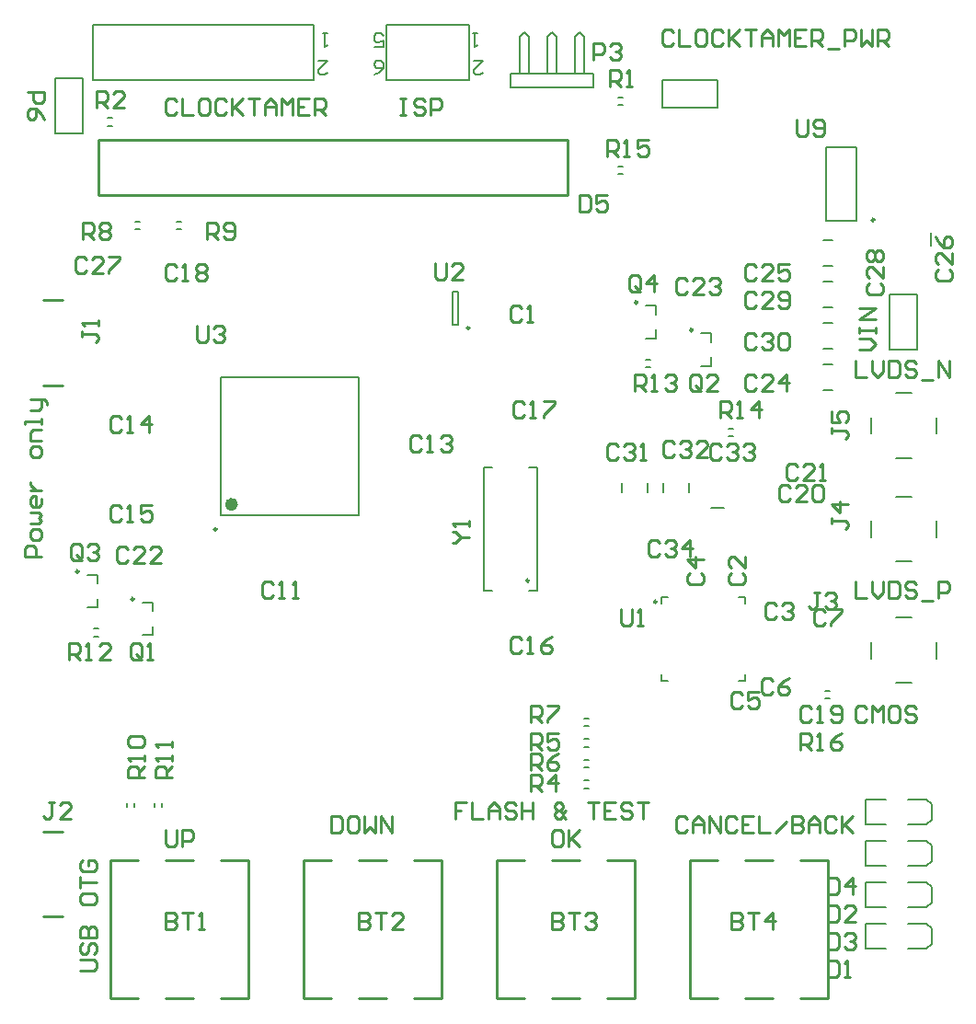
<source format=gto>
%FSLAX25Y25*%
%MOIN*%
G70*
G01*
G75*
G04 Layer_Color=65535*
%ADD10C,0.00984*%
%ADD11C,0.01181*%
%ADD12R,0.07480X0.09350*%
%ADD13R,0.07480X0.04626*%
%ADD14R,0.08268X0.05709*%
%ADD15R,0.08268X0.05630*%
%ADD16R,0.05433X0.01575*%
%ADD17R,0.04331X0.02559*%
%ADD18R,0.02756X0.03543*%
%ADD19R,0.02165X0.06890*%
%ADD20R,0.06890X0.02165*%
%ADD21R,0.10236X0.04331*%
%ADD22R,0.05512X0.05512*%
%ADD23R,0.09449X0.12598*%
%ADD24R,0.09449X0.03937*%
%ADD25R,0.04528X0.02362*%
%ADD26R,0.03543X0.02756*%
%ADD27R,0.03150X0.03543*%
%ADD28R,0.03543X0.03150*%
%ADD29R,0.02362X0.00984*%
%ADD30R,0.00984X0.02362*%
%ADD31R,0.20079X0.20079*%
%ADD32R,0.04331X0.10236*%
%ADD33R,0.05512X0.05512*%
%ADD34R,0.07874X0.21654*%
%ADD35R,0.05906X0.05906*%
%ADD36C,0.03937*%
%ADD37C,0.04724*%
%ADD38C,0.01000*%
%ADD39C,0.05906*%
%ADD40C,0.06299*%
%ADD41R,0.06299X0.06299*%
%ADD42C,0.07874*%
%ADD43C,0.11024*%
%ADD44R,0.05906X0.05906*%
%ADD45C,0.19685*%
%ADD46C,0.20472*%
%ADD47C,0.03150*%
%ADD48C,0.03543*%
%ADD49C,0.00000*%
%ADD50C,0.02362*%
%ADD51C,0.00787*%
%ADD52C,0.00800*%
D10*
X365216Y362815D02*
G03*
X365216Y362815I-492J0D01*
G01*
X273622Y289882D02*
G03*
X273622Y289882I-492J0D01*
G01*
X511909Y402008D02*
G03*
X511909Y402008I-492J0D01*
G01*
X223563Y274587D02*
G03*
X223563Y274587I-492J0D01*
G01*
X426063Y372087D02*
G03*
X426063Y372087I-492J0D01*
G01*
X433051Y263602D02*
G03*
X433051Y263602I-492J0D01*
G01*
X243563Y264587D02*
G03*
X243563Y264587I-492J0D01*
G01*
X446063Y362087D02*
G03*
X446063Y362087I-492J0D01*
G01*
X386791Y271299D02*
G03*
X386791Y271299I-492J0D01*
G01*
D38*
X230591Y411000D02*
Y431000D01*
Y411000D02*
X400591D01*
Y431000D01*
X230591D02*
X400591D01*
X210669Y180354D02*
X217756D01*
X210669Y149646D02*
X217756D01*
X210669Y372854D02*
X217756D01*
X210669Y342146D02*
X217756D01*
X255000Y170000D02*
X265000D01*
X255000Y120000D02*
X265000D01*
X285000D02*
Y170000D01*
X235000Y120000D02*
Y170000D01*
X275000D02*
X285000D01*
X275000Y120000D02*
X285000D01*
X235000D02*
X245000D01*
X235000Y170000D02*
X245000D01*
X325000D02*
X335000D01*
X325000Y120000D02*
X335000D01*
X355000D02*
Y170000D01*
X305000Y120000D02*
Y170000D01*
X345000D02*
X355000D01*
X345000Y120000D02*
X355000D01*
X305000D02*
X315000D01*
X305000Y170000D02*
X315000D01*
X395000D02*
X405000D01*
X395000Y120000D02*
X405000D01*
X425000D02*
Y170000D01*
X375000Y120000D02*
Y170000D01*
X415000D02*
X425000D01*
X415000Y120000D02*
X425000D01*
X375000D02*
X385000D01*
X375000Y170000D02*
X385000D01*
X465000D02*
X475000D01*
X465000Y120000D02*
X475000D01*
X495000D02*
Y170000D01*
X445000Y120000D02*
Y170000D01*
X485000D02*
X495000D01*
X485000Y120000D02*
X495000D01*
X445000D02*
X455000D01*
X445000Y170000D02*
X455000D01*
X214786Y190998D02*
X212787D01*
X213786D01*
Y186000D01*
X212787Y185000D01*
X211787D01*
X210787Y186000D01*
X220784Y185000D02*
X216786D01*
X220784Y188999D01*
Y189998D01*
X219784Y190998D01*
X217785D01*
X216786Y189998D01*
X415000Y425000D02*
Y430998D01*
X417999D01*
X418999Y429998D01*
Y427999D01*
X417999Y426999D01*
X415000D01*
X416999D02*
X418999Y425000D01*
X420998D02*
X422997D01*
X421998D01*
Y430998D01*
X420998Y429998D01*
X429995Y430998D02*
X425996D01*
Y427999D01*
X427996Y428999D01*
X428996D01*
X429995Y427999D01*
Y426000D01*
X428996Y425000D01*
X426996D01*
X425996Y426000D01*
X255000Y150998D02*
Y145000D01*
X257999D01*
X258999Y146000D01*
Y146999D01*
X257999Y147999D01*
X255000D01*
X257999D01*
X258999Y148999D01*
Y149998D01*
X257999Y150998D01*
X255000D01*
X260998D02*
X264997D01*
X262997D01*
Y145000D01*
X266996D02*
X268995D01*
X267996D01*
Y150998D01*
X266996Y149998D01*
X325000Y150998D02*
Y145000D01*
X327999D01*
X328999Y146000D01*
Y146999D01*
X327999Y147999D01*
X325000D01*
X327999D01*
X328999Y148999D01*
Y149998D01*
X327999Y150998D01*
X325000D01*
X330998D02*
X334997D01*
X332997D01*
Y145000D01*
X340995D02*
X336996D01*
X340995Y148999D01*
Y149998D01*
X339995Y150998D01*
X337996D01*
X336996Y149998D01*
X395000Y150998D02*
Y145000D01*
X397999D01*
X398999Y146000D01*
Y146999D01*
X397999Y147999D01*
X395000D01*
X397999D01*
X398999Y148999D01*
Y149998D01*
X397999Y150998D01*
X395000D01*
X400998D02*
X404997D01*
X402997D01*
Y145000D01*
X406996Y149998D02*
X407996Y150998D01*
X409995D01*
X410995Y149998D01*
Y148999D01*
X409995Y147999D01*
X408995D01*
X409995D01*
X410995Y146999D01*
Y146000D01*
X409995Y145000D01*
X407996D01*
X406996Y146000D01*
X460000Y150998D02*
Y145000D01*
X462999D01*
X463999Y146000D01*
Y146999D01*
X462999Y147999D01*
X460000D01*
X462999D01*
X463999Y148999D01*
Y149998D01*
X462999Y150998D01*
X460000D01*
X465998D02*
X469997D01*
X467997D01*
Y145000D01*
X474995D02*
Y150998D01*
X471996Y147999D01*
X475995D01*
X383999Y369998D02*
X382999Y370998D01*
X381000D01*
X380000Y369998D01*
Y366000D01*
X381000Y365000D01*
X382999D01*
X383999Y366000D01*
X385998Y365000D02*
X387997D01*
X386998D01*
Y370998D01*
X385998Y369998D01*
X460002Y273999D02*
X459002Y272999D01*
Y271000D01*
X460002Y270000D01*
X464000D01*
X465000Y271000D01*
Y272999D01*
X464000Y273999D01*
X465000Y279997D02*
Y275998D01*
X461001Y279997D01*
X460002D01*
X459002Y278997D01*
Y276998D01*
X460002Y275998D01*
X476299Y262298D02*
X475299Y263298D01*
X473300D01*
X472300Y262298D01*
Y258300D01*
X473300Y257300D01*
X475299D01*
X476299Y258300D01*
X478298Y262298D02*
X479298Y263298D01*
X481297D01*
X482297Y262298D01*
Y261299D01*
X481297Y260299D01*
X480297D01*
X481297D01*
X482297Y259299D01*
Y258300D01*
X481297Y257300D01*
X479298D01*
X478298Y258300D01*
X445002Y273999D02*
X444002Y272999D01*
Y271000D01*
X445002Y270000D01*
X449000D01*
X450000Y271000D01*
Y272999D01*
X449000Y273999D01*
X450000Y278997D02*
X444002D01*
X447001Y275998D01*
Y279997D01*
X463999Y229998D02*
X462999Y230998D01*
X461000D01*
X460000Y229998D01*
Y226000D01*
X461000Y225000D01*
X462999D01*
X463999Y226000D01*
X469997Y230998D02*
X465998D01*
Y227999D01*
X467997Y228999D01*
X468997D01*
X469997Y227999D01*
Y226000D01*
X468997Y225000D01*
X466998D01*
X465998Y226000D01*
X475180Y234998D02*
X474180Y235998D01*
X472181D01*
X471181Y234998D01*
Y231000D01*
X472181Y230000D01*
X474180D01*
X475180Y231000D01*
X481178Y235998D02*
X479178Y234998D01*
X477179Y232999D01*
Y231000D01*
X478179Y230000D01*
X480178D01*
X481178Y231000D01*
Y231999D01*
X480178Y232999D01*
X477179D01*
X493999Y259998D02*
X492999Y260998D01*
X491000D01*
X490000Y259998D01*
Y256000D01*
X491000Y255000D01*
X492999D01*
X493999Y256000D01*
X495998Y260998D02*
X499997D01*
Y259998D01*
X495998Y256000D01*
Y255000D01*
X293999Y269998D02*
X292999Y270998D01*
X291000D01*
X290000Y269998D01*
Y266000D01*
X291000Y265000D01*
X292999D01*
X293999Y266000D01*
X295998Y265000D02*
X297997D01*
X296998D01*
Y270998D01*
X295998Y269998D01*
X300996Y265000D02*
X302996D01*
X301996D01*
Y270998D01*
X300996Y269998D01*
X347599Y322898D02*
X346599Y323898D01*
X344600D01*
X343600Y322898D01*
Y318900D01*
X344600Y317900D01*
X346599D01*
X347599Y318900D01*
X349598Y317900D02*
X351597D01*
X350598D01*
Y323898D01*
X349598Y322898D01*
X354596D02*
X355596Y323898D01*
X357595D01*
X358595Y322898D01*
Y321899D01*
X357595Y320899D01*
X356596D01*
X357595D01*
X358595Y319899D01*
Y318900D01*
X357595Y317900D01*
X355596D01*
X354596Y318900D01*
X238999Y329998D02*
X237999Y330998D01*
X236000D01*
X235000Y329998D01*
Y326000D01*
X236000Y325000D01*
X237999D01*
X238999Y326000D01*
X240998Y325000D02*
X242997D01*
X241998D01*
Y330998D01*
X240998Y329998D01*
X248995Y325000D02*
Y330998D01*
X245996Y327999D01*
X249995D01*
X238999Y297498D02*
X237999Y298498D01*
X236000D01*
X235000Y297498D01*
Y293500D01*
X236000Y292500D01*
X237999D01*
X238999Y293500D01*
X240998Y292500D02*
X242997D01*
X241998D01*
Y298498D01*
X240998Y297498D01*
X249995Y298498D02*
X245996D01*
Y295499D01*
X247996Y296499D01*
X248995D01*
X249995Y295499D01*
Y293500D01*
X248995Y292500D01*
X246996D01*
X245996Y293500D01*
X383999Y249998D02*
X382999Y250998D01*
X381000D01*
X380000Y249998D01*
Y246000D01*
X381000Y245000D01*
X382999D01*
X383999Y246000D01*
X385998Y245000D02*
X387997D01*
X386998D01*
Y250998D01*
X385998Y249998D01*
X394995Y250998D02*
X392996Y249998D01*
X390996Y247999D01*
Y246000D01*
X391996Y245000D01*
X393995D01*
X394995Y246000D01*
Y246999D01*
X393995Y247999D01*
X390996D01*
X385099Y335398D02*
X384099Y336398D01*
X382100D01*
X381100Y335398D01*
Y331400D01*
X382100Y330400D01*
X384099D01*
X385099Y331400D01*
X387098Y330400D02*
X389097D01*
X388098D01*
Y336398D01*
X387098Y335398D01*
X392096Y336398D02*
X396095D01*
Y335398D01*
X392096Y331400D01*
Y330400D01*
X258999Y384998D02*
X257999Y385998D01*
X256000D01*
X255000Y384998D01*
Y381000D01*
X256000Y380000D01*
X257999D01*
X258999Y381000D01*
X260998Y380000D02*
X262997D01*
X261998D01*
Y385998D01*
X260998Y384998D01*
X265996D02*
X266996Y385998D01*
X268995D01*
X269995Y384998D01*
Y383999D01*
X268995Y382999D01*
X269995Y381999D01*
Y381000D01*
X268995Y380000D01*
X266996D01*
X265996Y381000D01*
Y381999D01*
X266996Y382999D01*
X265996Y383999D01*
Y384998D01*
X266996Y382999D02*
X268995D01*
X488999Y224998D02*
X487999Y225998D01*
X486000D01*
X485000Y224998D01*
Y221000D01*
X486000Y220000D01*
X487999D01*
X488999Y221000D01*
X490998Y220000D02*
X492997D01*
X491998D01*
Y225998D01*
X490998Y224998D01*
X495996Y221000D02*
X496996Y220000D01*
X498995D01*
X499995Y221000D01*
Y224998D01*
X498995Y225998D01*
X496996D01*
X495996Y224998D01*
Y223999D01*
X496996Y222999D01*
X499995D01*
X481499Y304998D02*
X480499Y305998D01*
X478500D01*
X477500Y304998D01*
Y301000D01*
X478500Y300000D01*
X480499D01*
X481499Y301000D01*
X487497Y300000D02*
X483498D01*
X487497Y303999D01*
Y304998D01*
X486497Y305998D01*
X484498D01*
X483498Y304998D01*
X489496D02*
X490496Y305998D01*
X492495D01*
X493495Y304998D01*
Y301000D01*
X492495Y300000D01*
X490496D01*
X489496Y301000D01*
Y304998D01*
X483999Y312498D02*
X482999Y313498D01*
X481000D01*
X480000Y312498D01*
Y308500D01*
X481000Y307500D01*
X482999D01*
X483999Y308500D01*
X489997Y307500D02*
X485998D01*
X489997Y311499D01*
Y312498D01*
X488997Y313498D01*
X486998D01*
X485998Y312498D01*
X491996Y307500D02*
X493996D01*
X492996D01*
Y313498D01*
X491996Y312498D01*
X241499Y282498D02*
X240499Y283498D01*
X238500D01*
X237500Y282498D01*
Y278500D01*
X238500Y277500D01*
X240499D01*
X241499Y278500D01*
X247497Y277500D02*
X243498D01*
X247497Y281499D01*
Y282498D01*
X246497Y283498D01*
X244498D01*
X243498Y282498D01*
X253495Y277500D02*
X249496D01*
X253495Y281499D01*
Y282498D01*
X252495Y283498D01*
X250496D01*
X249496Y282498D01*
X443999Y379998D02*
X442999Y380998D01*
X441000D01*
X440000Y379998D01*
Y376000D01*
X441000Y375000D01*
X442999D01*
X443999Y376000D01*
X449997Y375000D02*
X445998D01*
X449997Y378999D01*
Y379998D01*
X448997Y380998D01*
X446998D01*
X445998Y379998D01*
X451996D02*
X452996Y380998D01*
X454995D01*
X455995Y379998D01*
Y378999D01*
X454995Y377999D01*
X453996D01*
X454995D01*
X455995Y376999D01*
Y376000D01*
X454995Y375000D01*
X452996D01*
X451996Y376000D01*
X468999Y344998D02*
X467999Y345998D01*
X466000D01*
X465000Y344998D01*
Y341000D01*
X466000Y340000D01*
X467999D01*
X468999Y341000D01*
X474997Y340000D02*
X470998D01*
X474997Y343999D01*
Y344998D01*
X473997Y345998D01*
X471998D01*
X470998Y344998D01*
X479995Y340000D02*
Y345998D01*
X476996Y342999D01*
X480995D01*
X468999Y384998D02*
X467999Y385998D01*
X466000D01*
X465000Y384998D01*
Y381000D01*
X466000Y380000D01*
X467999D01*
X468999Y381000D01*
X474997Y380000D02*
X470998D01*
X474997Y383999D01*
Y384998D01*
X473997Y385998D01*
X471998D01*
X470998Y384998D01*
X480995Y385998D02*
X476996D01*
Y382999D01*
X478996Y383999D01*
X479995D01*
X480995Y382999D01*
Y381000D01*
X479995Y380000D01*
X477996D01*
X476996Y381000D01*
X535002Y383999D02*
X534002Y382999D01*
Y381000D01*
X535002Y380000D01*
X539000D01*
X540000Y381000D01*
Y382999D01*
X539000Y383999D01*
X540000Y389997D02*
Y385998D01*
X536001Y389997D01*
X535002D01*
X534002Y388997D01*
Y386998D01*
X535002Y385998D01*
X534002Y395995D02*
X535002Y393995D01*
X537001Y391996D01*
X539000D01*
X540000Y392996D01*
Y394995D01*
X539000Y395995D01*
X538001D01*
X537001Y394995D01*
Y391996D01*
X226499Y387498D02*
X225499Y388498D01*
X223500D01*
X222500Y387498D01*
Y383500D01*
X223500Y382500D01*
X225499D01*
X226499Y383500D01*
X232497Y382500D02*
X228498D01*
X232497Y386499D01*
Y387498D01*
X231497Y388498D01*
X229498D01*
X228498Y387498D01*
X234496Y388498D02*
X238495D01*
Y387498D01*
X234496Y383500D01*
Y382500D01*
X510002Y378999D02*
X509002Y377999D01*
Y376000D01*
X510002Y375000D01*
X514000D01*
X515000Y376000D01*
Y377999D01*
X514000Y378999D01*
X515000Y384997D02*
Y380998D01*
X511001Y384997D01*
X510002D01*
X509002Y383997D01*
Y381998D01*
X510002Y380998D01*
Y386996D02*
X509002Y387996D01*
Y389995D01*
X510002Y390995D01*
X511001D01*
X512001Y389995D01*
X513001Y390995D01*
X514000D01*
X515000Y389995D01*
Y387996D01*
X514000Y386996D01*
X513001D01*
X512001Y387996D01*
X511001Y386996D01*
X510002D01*
X512001Y387996D02*
Y389995D01*
X468999Y374998D02*
X467999Y375998D01*
X466000D01*
X465000Y374998D01*
Y371000D01*
X466000Y370000D01*
X467999D01*
X468999Y371000D01*
X474997Y370000D02*
X470998D01*
X474997Y373999D01*
Y374998D01*
X473997Y375998D01*
X471998D01*
X470998Y374998D01*
X476996Y371000D02*
X477996Y370000D01*
X479995D01*
X480995Y371000D01*
Y374998D01*
X479995Y375998D01*
X477996D01*
X476996Y374998D01*
Y373999D01*
X477996Y372999D01*
X480995D01*
X468999Y359998D02*
X467999Y360998D01*
X466000D01*
X465000Y359998D01*
Y356000D01*
X466000Y355000D01*
X467999D01*
X468999Y356000D01*
X470998Y359998D02*
X471998Y360998D01*
X473997D01*
X474997Y359998D01*
Y358999D01*
X473997Y357999D01*
X472997D01*
X473997D01*
X474997Y356999D01*
Y356000D01*
X473997Y355000D01*
X471998D01*
X470998Y356000D01*
X476996Y359998D02*
X477996Y360998D01*
X479995D01*
X480995Y359998D01*
Y356000D01*
X479995Y355000D01*
X477996D01*
X476996Y356000D01*
Y359998D01*
X418999Y319998D02*
X417999Y320998D01*
X416000D01*
X415000Y319998D01*
Y316000D01*
X416000Y315000D01*
X417999D01*
X418999Y316000D01*
X420998Y319998D02*
X421998Y320998D01*
X423997D01*
X424997Y319998D01*
Y318999D01*
X423997Y317999D01*
X422997D01*
X423997D01*
X424997Y316999D01*
Y316000D01*
X423997Y315000D01*
X421998D01*
X420998Y316000D01*
X426996Y315000D02*
X428996D01*
X427996D01*
Y320998D01*
X426996Y319998D01*
X439299Y321098D02*
X438299Y322098D01*
X436300D01*
X435300Y321098D01*
Y317100D01*
X436300Y316100D01*
X438299D01*
X439299Y317100D01*
X441298Y321098D02*
X442298Y322098D01*
X444297D01*
X445297Y321098D01*
Y320099D01*
X444297Y319099D01*
X443297D01*
X444297D01*
X445297Y318099D01*
Y317100D01*
X444297Y316100D01*
X442298D01*
X441298Y317100D01*
X451295Y316100D02*
X447296D01*
X451295Y320099D01*
Y321098D01*
X450295Y322098D01*
X448296D01*
X447296Y321098D01*
X456549Y319848D02*
X455549Y320848D01*
X453550D01*
X452550Y319848D01*
Y315850D01*
X453550Y314850D01*
X455549D01*
X456549Y315850D01*
X458548Y319848D02*
X459548Y320848D01*
X461547D01*
X462547Y319848D01*
Y318849D01*
X461547Y317849D01*
X460547D01*
X461547D01*
X462547Y316849D01*
Y315850D01*
X461547Y314850D01*
X459548D01*
X458548Y315850D01*
X464546Y319848D02*
X465546Y320848D01*
X467545D01*
X468545Y319848D01*
Y318849D01*
X467545Y317849D01*
X466545D01*
X467545D01*
X468545Y316849D01*
Y315850D01*
X467545Y314850D01*
X465546D01*
X464546Y315850D01*
X433999Y284998D02*
X432999Y285998D01*
X431000D01*
X430000Y284998D01*
Y281000D01*
X431000Y280000D01*
X432999D01*
X433999Y281000D01*
X435998Y284998D02*
X436998Y285998D01*
X438997D01*
X439997Y284998D01*
Y283999D01*
X438997Y282999D01*
X437997D01*
X438997D01*
X439997Y281999D01*
Y281000D01*
X438997Y280000D01*
X436998D01*
X435998Y281000D01*
X444995Y280000D02*
Y285998D01*
X441996Y282999D01*
X445995D01*
X495000Y133498D02*
Y127500D01*
X497999D01*
X498999Y128500D01*
Y132498D01*
X497999Y133498D01*
X495000D01*
X500998Y127500D02*
X502997D01*
X501998D01*
Y133498D01*
X500998Y132498D01*
X495000Y153498D02*
Y147500D01*
X497999D01*
X498999Y148500D01*
Y152498D01*
X497999Y153498D01*
X495000D01*
X504997Y147500D02*
X500998D01*
X504997Y151499D01*
Y152498D01*
X503997Y153498D01*
X501998D01*
X500998Y152498D01*
X495000Y143498D02*
Y137500D01*
X497999D01*
X498999Y138500D01*
Y142498D01*
X497999Y143498D01*
X495000D01*
X500998Y142498D02*
X501998Y143498D01*
X503997D01*
X504997Y142498D01*
Y141499D01*
X503997Y140499D01*
X502997D01*
X503997D01*
X504997Y139499D01*
Y138500D01*
X503997Y137500D01*
X501998D01*
X500998Y138500D01*
X495000Y163498D02*
Y157500D01*
X497999D01*
X498999Y158500D01*
Y162498D01*
X497999Y163498D01*
X495000D01*
X503997Y157500D02*
Y163498D01*
X500998Y160499D01*
X504997D01*
X405000Y410998D02*
Y405000D01*
X407999D01*
X408999Y406000D01*
Y409998D01*
X407999Y410998D01*
X405000D01*
X414997D02*
X410998D01*
Y407999D01*
X412997Y408999D01*
X413997D01*
X414997Y407999D01*
Y406000D01*
X413997Y405000D01*
X411998D01*
X410998Y406000D01*
X224789Y361499D02*
Y359499D01*
Y360499D01*
X229788D01*
X230787Y359499D01*
Y358500D01*
X229788Y357500D01*
X230787Y363498D02*
Y365497D01*
Y364498D01*
X224789D01*
X225789Y363498D01*
X492227Y266864D02*
X490228D01*
X491227D01*
Y261866D01*
X490228Y260866D01*
X489228D01*
X488228Y261866D01*
X494226Y265864D02*
X495226Y266864D01*
X497225D01*
X498225Y265864D01*
Y264865D01*
X497225Y263865D01*
X496226D01*
X497225D01*
X498225Y262865D01*
Y261866D01*
X497225Y260866D01*
X495226D01*
X494226Y261866D01*
X496502Y293999D02*
Y291999D01*
Y292999D01*
X501500D01*
X502500Y291999D01*
Y291000D01*
X501500Y290000D01*
X502500Y298997D02*
X496502D01*
X499501Y295998D01*
Y299997D01*
X496502Y326499D02*
Y324499D01*
Y325499D01*
X501500D01*
X502500Y324499D01*
Y323500D01*
X501500Y322500D01*
X496502Y332497D02*
Y328498D01*
X499501D01*
X498501Y330497D01*
Y331497D01*
X499501Y332497D01*
X501500D01*
X502500Y331497D01*
Y329498D01*
X501500Y328498D01*
X258999Y444998D02*
X257999Y445998D01*
X256000D01*
X255000Y444998D01*
Y441000D01*
X256000Y440000D01*
X257999D01*
X258999Y441000D01*
X260998Y445998D02*
Y440000D01*
X264997D01*
X269995Y445998D02*
X267996D01*
X266996Y444998D01*
Y441000D01*
X267996Y440000D01*
X269995D01*
X270995Y441000D01*
Y444998D01*
X269995Y445998D01*
X276993Y444998D02*
X275993Y445998D01*
X273994D01*
X272994Y444998D01*
Y441000D01*
X273994Y440000D01*
X275993D01*
X276993Y441000D01*
X278992Y445998D02*
Y440000D01*
Y441999D01*
X282991Y445998D01*
X279992Y442999D01*
X282991Y440000D01*
X284990Y445998D02*
X288989D01*
X286990D01*
Y440000D01*
X290988D02*
Y443999D01*
X292988Y445998D01*
X294987Y443999D01*
Y440000D01*
Y442999D01*
X290988D01*
X296986Y440000D02*
Y445998D01*
X298986Y443999D01*
X300985Y445998D01*
Y440000D01*
X306983Y445998D02*
X302984D01*
Y440000D01*
X306983D01*
X302984Y442999D02*
X304984D01*
X308982Y440000D02*
Y445998D01*
X311982D01*
X312981Y444998D01*
Y442999D01*
X311982Y441999D01*
X308982D01*
X310982D02*
X312981Y440000D01*
X340000Y445998D02*
X341999D01*
X341000D01*
Y440000D01*
X340000D01*
X341999D01*
X348997Y444998D02*
X347997Y445998D01*
X345998D01*
X344998Y444998D01*
Y443999D01*
X345998Y442999D01*
X347997D01*
X348997Y441999D01*
Y441000D01*
X347997Y440000D01*
X345998D01*
X344998Y441000D01*
X350996Y440000D02*
Y445998D01*
X353995D01*
X354995Y444998D01*
Y442999D01*
X353995Y441999D01*
X350996D01*
X410000Y460000D02*
Y465998D01*
X412999D01*
X413999Y464998D01*
Y462999D01*
X412999Y461999D01*
X410000D01*
X415998Y464998D02*
X416998Y465998D01*
X418997D01*
X419997Y464998D01*
Y463999D01*
X418997Y462999D01*
X417997D01*
X418997D01*
X419997Y461999D01*
Y461000D01*
X418997Y460000D01*
X416998D01*
X415998Y461000D01*
X438999Y469998D02*
X437999Y470998D01*
X436000D01*
X435000Y469998D01*
Y466000D01*
X436000Y465000D01*
X437999D01*
X438999Y466000D01*
X440998Y470998D02*
Y465000D01*
X444997D01*
X449995Y470998D02*
X447996D01*
X446996Y469998D01*
Y466000D01*
X447996Y465000D01*
X449995D01*
X450995Y466000D01*
Y469998D01*
X449995Y470998D01*
X456993Y469998D02*
X455993Y470998D01*
X453994D01*
X452994Y469998D01*
Y466000D01*
X453994Y465000D01*
X455993D01*
X456993Y466000D01*
X458992Y470998D02*
Y465000D01*
Y466999D01*
X462991Y470998D01*
X459992Y467999D01*
X462991Y465000D01*
X464990Y470998D02*
X468989D01*
X466990D01*
Y465000D01*
X470988D02*
Y468999D01*
X472988Y470998D01*
X474987Y468999D01*
Y465000D01*
Y467999D01*
X470988D01*
X476986Y465000D02*
Y470998D01*
X478986Y468999D01*
X480985Y470998D01*
Y465000D01*
X486983Y470998D02*
X482984D01*
Y465000D01*
X486983D01*
X482984Y467999D02*
X484984D01*
X488982Y465000D02*
Y470998D01*
X491982D01*
X492981Y469998D01*
Y467999D01*
X491982Y466999D01*
X488982D01*
X490982D02*
X492981Y465000D01*
X494981Y464000D02*
X498979D01*
X500979Y465000D02*
Y470998D01*
X503978D01*
X504977Y469998D01*
Y467999D01*
X503978Y466999D01*
X500979D01*
X506977Y470998D02*
Y465000D01*
X508976Y466999D01*
X510975Y465000D01*
Y470998D01*
X512975Y465000D02*
Y470998D01*
X515974D01*
X516973Y469998D01*
Y467999D01*
X515974Y466999D01*
X512975D01*
X514974D02*
X516973Y465000D01*
X506502Y355000D02*
X510501D01*
X512500Y356999D01*
X510501Y358999D01*
X506502D01*
Y360998D02*
Y362997D01*
Y361998D01*
X512500D01*
Y360998D01*
Y362997D01*
Y365996D02*
X506502D01*
X512500Y369995D01*
X506502D01*
X205000Y448287D02*
X210998D01*
Y445288D01*
X209998Y444289D01*
X207999D01*
X206999Y445288D01*
Y448287D01*
X210998Y438291D02*
X209998Y440290D01*
X207999Y442289D01*
X206000D01*
X205000Y441290D01*
Y439290D01*
X206000Y438291D01*
X206999D01*
X207999Y439290D01*
Y442289D01*
X246499Y243500D02*
Y247498D01*
X245499Y248498D01*
X243500D01*
X242500Y247498D01*
Y243500D01*
X243500Y242500D01*
X245499D01*
X244499Y244499D02*
X246499Y242500D01*
X245499D02*
X246499Y243500D01*
X248498Y242500D02*
X250497D01*
X249498D01*
Y248498D01*
X248498Y247498D01*
X448999Y341000D02*
Y344998D01*
X447999Y345998D01*
X446000D01*
X445000Y344998D01*
Y341000D01*
X446000Y340000D01*
X447999D01*
X446999Y341999D02*
X448999Y340000D01*
X447999D02*
X448999Y341000D01*
X454997Y340000D02*
X450998D01*
X454997Y343999D01*
Y344998D01*
X453997Y345998D01*
X451998D01*
X450998Y344998D01*
X224649Y279550D02*
Y283548D01*
X223649Y284548D01*
X221650D01*
X220650Y283548D01*
Y279550D01*
X221650Y278550D01*
X223649D01*
X222649Y280549D02*
X224649Y278550D01*
X223649D02*
X224649Y279550D01*
X226648Y283548D02*
X227648Y284548D01*
X229647D01*
X230647Y283548D01*
Y282549D01*
X229647Y281549D01*
X228647D01*
X229647D01*
X230647Y280549D01*
Y279550D01*
X229647Y278550D01*
X227648D01*
X226648Y279550D01*
X427149Y377050D02*
Y381048D01*
X426149Y382048D01*
X424150D01*
X423150Y381048D01*
Y377050D01*
X424150Y376050D01*
X426149D01*
X425149Y378049D02*
X427149Y376050D01*
X426149D02*
X427149Y377050D01*
X432147Y376050D02*
Y382048D01*
X429148Y379049D01*
X433147D01*
X416100Y450400D02*
Y456398D01*
X419099D01*
X420099Y455398D01*
Y453399D01*
X419099Y452399D01*
X416100D01*
X418099D02*
X420099Y450400D01*
X422098D02*
X424097D01*
X423098D01*
Y456398D01*
X422098Y455398D01*
X230000Y442500D02*
Y448498D01*
X232999D01*
X233999Y447498D01*
Y445499D01*
X232999Y444499D01*
X230000D01*
X231999D02*
X233999Y442500D01*
X239997D02*
X235998D01*
X239997Y446499D01*
Y447498D01*
X238997Y448498D01*
X236998D01*
X235998Y447498D01*
X387500Y195000D02*
Y200998D01*
X390499D01*
X391499Y199998D01*
Y197999D01*
X390499Y196999D01*
X387500D01*
X389499D02*
X391499Y195000D01*
X396497D02*
Y200998D01*
X393498Y197999D01*
X397497D01*
X387500Y210000D02*
Y215998D01*
X390499D01*
X391499Y214998D01*
Y212999D01*
X390499Y211999D01*
X387500D01*
X389499D02*
X391499Y210000D01*
X397497Y215998D02*
X393498D01*
Y212999D01*
X395497Y213999D01*
X396497D01*
X397497Y212999D01*
Y211000D01*
X396497Y210000D01*
X394498D01*
X393498Y211000D01*
X387500Y202500D02*
Y208498D01*
X390499D01*
X391499Y207498D01*
Y205499D01*
X390499Y204499D01*
X387500D01*
X389499D02*
X391499Y202500D01*
X397497Y208498D02*
X395497Y207498D01*
X393498Y205499D01*
Y203500D01*
X394498Y202500D01*
X396497D01*
X397497Y203500D01*
Y204499D01*
X396497Y205499D01*
X393498D01*
X387500Y220000D02*
Y225998D01*
X390499D01*
X391499Y224998D01*
Y222999D01*
X390499Y221999D01*
X387500D01*
X389499D02*
X391499Y220000D01*
X393498Y225998D02*
X397497D01*
Y224998D01*
X393498Y221000D01*
Y220000D01*
X225000Y395000D02*
Y400998D01*
X227999D01*
X228999Y399998D01*
Y397999D01*
X227999Y396999D01*
X225000D01*
X226999D02*
X228999Y395000D01*
X230998Y399998D02*
X231998Y400998D01*
X233997D01*
X234997Y399998D01*
Y398999D01*
X233997Y397999D01*
X234997Y396999D01*
Y396000D01*
X233997Y395000D01*
X231998D01*
X230998Y396000D01*
Y396999D01*
X231998Y397999D01*
X230998Y398999D01*
Y399998D01*
X231998Y397999D02*
X233997D01*
X270000Y395000D02*
Y400998D01*
X272999D01*
X273999Y399998D01*
Y397999D01*
X272999Y396999D01*
X270000D01*
X271999D02*
X273999Y395000D01*
X275998Y396000D02*
X276998Y395000D01*
X278997D01*
X279997Y396000D01*
Y399998D01*
X278997Y400998D01*
X276998D01*
X275998Y399998D01*
Y398999D01*
X276998Y397999D01*
X279997D01*
X247500Y200000D02*
X241502D01*
Y202999D01*
X242502Y203999D01*
X244501D01*
X245501Y202999D01*
Y200000D01*
Y201999D02*
X247500Y203999D01*
Y205998D02*
Y207997D01*
Y206998D01*
X241502D01*
X242502Y205998D01*
Y210996D02*
X241502Y211996D01*
Y213996D01*
X242502Y214995D01*
X246500D01*
X247500Y213996D01*
Y211996D01*
X246500Y210996D01*
X242502D01*
X257500Y200000D02*
X251502D01*
Y202999D01*
X252502Y203999D01*
X254501D01*
X255501Y202999D01*
Y200000D01*
Y201999D02*
X257500Y203999D01*
Y205998D02*
Y207997D01*
Y206998D01*
X251502D01*
X252502Y205998D01*
X257500Y210996D02*
Y212996D01*
Y211996D01*
X251502D01*
X252502Y210996D01*
X220000Y242500D02*
Y248498D01*
X222999D01*
X223999Y247498D01*
Y245499D01*
X222999Y244499D01*
X220000D01*
X221999D02*
X223999Y242500D01*
X225998D02*
X227997D01*
X226998D01*
Y248498D01*
X225998Y247498D01*
X234995Y242500D02*
X230996D01*
X234995Y246499D01*
Y247498D01*
X233996Y248498D01*
X231996D01*
X230996Y247498D01*
X425000Y340000D02*
Y345998D01*
X427999D01*
X428999Y344998D01*
Y342999D01*
X427999Y341999D01*
X425000D01*
X426999D02*
X428999Y340000D01*
X430998D02*
X432997D01*
X431998D01*
Y345998D01*
X430998Y344998D01*
X435996D02*
X436996Y345998D01*
X438996D01*
X439995Y344998D01*
Y343999D01*
X438996Y342999D01*
X437996D01*
X438996D01*
X439995Y341999D01*
Y341000D01*
X438996Y340000D01*
X436996D01*
X435996Y341000D01*
X456100Y330400D02*
Y336398D01*
X459099D01*
X460099Y335398D01*
Y333399D01*
X459099Y332399D01*
X456100D01*
X458099D02*
X460099Y330400D01*
X462098D02*
X464097D01*
X463098D01*
Y336398D01*
X462098Y335398D01*
X470095Y330400D02*
Y336398D01*
X467096Y333399D01*
X471095D01*
X420000Y260998D02*
Y256000D01*
X421000Y255000D01*
X422999D01*
X423999Y256000D01*
Y260998D01*
X425998Y255000D02*
X427997D01*
X426998D01*
Y260998D01*
X425998Y259998D01*
X352900Y386298D02*
Y381300D01*
X353900Y380300D01*
X355899D01*
X356899Y381300D01*
Y386298D01*
X362897Y380300D02*
X358898D01*
X362897Y384299D01*
Y385298D01*
X361897Y386298D01*
X359898D01*
X358898Y385298D01*
X266400Y363598D02*
Y358600D01*
X267400Y357600D01*
X269399D01*
X270399Y358600D01*
Y363598D01*
X272398Y362598D02*
X273398Y363598D01*
X275397D01*
X276397Y362598D01*
Y361599D01*
X275397Y360599D01*
X274397D01*
X275397D01*
X276397Y359599D01*
Y358600D01*
X275397Y357600D01*
X273398D01*
X272398Y358600D01*
X483700Y438398D02*
Y433400D01*
X484700Y432400D01*
X486699D01*
X487699Y433400D01*
Y438398D01*
X489698Y433400D02*
X490698Y432400D01*
X492697D01*
X493697Y433400D01*
Y437398D01*
X492697Y438398D01*
X490698D01*
X489698Y437398D01*
Y436399D01*
X490698Y435399D01*
X493697D01*
X359002Y285000D02*
X360002D01*
X362001Y286999D01*
X360002Y288999D01*
X359002D01*
X362001Y286999D02*
X365000D01*
Y290998D02*
Y292997D01*
Y291998D01*
X359002D01*
X360002Y290998D01*
X485000Y210000D02*
Y215998D01*
X487999D01*
X488999Y214998D01*
Y212999D01*
X487999Y211999D01*
X485000D01*
X486999D02*
X488999Y210000D01*
X490998D02*
X492997D01*
X491998D01*
Y215998D01*
X490998Y214998D01*
X499995Y215998D02*
X497996Y214998D01*
X495996Y212999D01*
Y211000D01*
X496996Y210000D01*
X498995D01*
X499995Y211000D01*
Y211999D01*
X498995Y212999D01*
X495996D01*
X224002Y130000D02*
X229000D01*
X230000Y131000D01*
Y132999D01*
X229000Y133999D01*
X224002D01*
X225002Y139997D02*
X224002Y138997D01*
Y136998D01*
X225002Y135998D01*
X226001D01*
X227001Y136998D01*
Y138997D01*
X228001Y139997D01*
X229000D01*
X230000Y138997D01*
Y136998D01*
X229000Y135998D01*
X224002Y141996D02*
X230000D01*
Y144995D01*
X229000Y145995D01*
X228001D01*
X227001Y144995D01*
Y141996D01*
Y144995D01*
X226001Y145995D01*
X225002D01*
X224002Y144995D01*
Y141996D01*
Y156991D02*
Y154992D01*
X225002Y153992D01*
X229000D01*
X230000Y154992D01*
Y156991D01*
X229000Y157991D01*
X225002D01*
X224002Y156991D01*
Y159990D02*
Y163989D01*
Y161990D01*
X230000D01*
X225002Y169987D02*
X224002Y168987D01*
Y166988D01*
X225002Y165988D01*
X229000D01*
X230000Y166988D01*
Y168987D01*
X229000Y169987D01*
X227001D01*
Y167988D01*
X210000Y280000D02*
X204002D01*
Y282999D01*
X205002Y283999D01*
X207001D01*
X208001Y282999D01*
Y280000D01*
X210000Y286998D02*
Y288997D01*
X209000Y289997D01*
X207001D01*
X206001Y288997D01*
Y286998D01*
X207001Y285998D01*
X209000D01*
X210000Y286998D01*
X206001Y291996D02*
X209000D01*
X210000Y292996D01*
X209000Y293995D01*
X210000Y294995D01*
X209000Y295995D01*
X206001D01*
X210000Y300993D02*
Y298994D01*
X209000Y297994D01*
X207001D01*
X206001Y298994D01*
Y300993D01*
X207001Y301993D01*
X208001D01*
Y297994D01*
X206001Y303992D02*
X210000D01*
X208001D01*
X207001Y304992D01*
X206001Y305992D01*
Y306991D01*
X210000Y316988D02*
Y318987D01*
X209000Y319987D01*
X207001D01*
X206001Y318987D01*
Y316988D01*
X207001Y315988D01*
X209000D01*
X210000Y316988D01*
Y321986D02*
X206001D01*
Y324985D01*
X207001Y325985D01*
X210000D01*
Y327984D02*
Y329984D01*
Y328984D01*
X204002D01*
Y327984D01*
X206001Y332983D02*
X209000D01*
X210000Y333982D01*
Y336982D01*
X211000D01*
X211999Y335982D01*
Y334982D01*
X210000Y336982D02*
X206001D01*
X508999Y224998D02*
X507999Y225998D01*
X506000D01*
X505000Y224998D01*
Y221000D01*
X506000Y220000D01*
X507999D01*
X508999Y221000D01*
X510998Y220000D02*
Y225998D01*
X512997Y223999D01*
X514997Y225998D01*
Y220000D01*
X519995Y225998D02*
X517996D01*
X516996Y224998D01*
Y221000D01*
X517996Y220000D01*
X519995D01*
X520995Y221000D01*
Y224998D01*
X519995Y225998D01*
X526993Y224998D02*
X525993Y225998D01*
X523994D01*
X522994Y224998D01*
Y223999D01*
X523994Y222999D01*
X525993D01*
X526993Y221999D01*
Y221000D01*
X525993Y220000D01*
X523994D01*
X522994Y221000D01*
X505000Y350998D02*
Y345000D01*
X508999D01*
X510998Y350998D02*
Y346999D01*
X512997Y345000D01*
X514997Y346999D01*
Y350998D01*
X516996D02*
Y345000D01*
X519995D01*
X520995Y346000D01*
Y349998D01*
X519995Y350998D01*
X516996D01*
X526993Y349998D02*
X525993Y350998D01*
X523994D01*
X522994Y349998D01*
Y348999D01*
X523994Y347999D01*
X525993D01*
X526993Y346999D01*
Y346000D01*
X525993Y345000D01*
X523994D01*
X522994Y346000D01*
X528992Y344000D02*
X532991D01*
X534990Y345000D02*
Y350998D01*
X538989Y345000D01*
Y350998D01*
X505000Y270998D02*
Y265000D01*
X508999D01*
X510998Y270998D02*
Y266999D01*
X512997Y265000D01*
X514997Y266999D01*
Y270998D01*
X516996D02*
Y265000D01*
X519995D01*
X520995Y266000D01*
Y269998D01*
X519995Y270998D01*
X516996D01*
X526993Y269998D02*
X525993Y270998D01*
X523994D01*
X522994Y269998D01*
Y268999D01*
X523994Y267999D01*
X525993D01*
X526993Y266999D01*
Y266000D01*
X525993Y265000D01*
X523994D01*
X522994Y266000D01*
X528992Y264000D02*
X532991D01*
X534990Y265000D02*
Y270998D01*
X537989D01*
X538989Y269998D01*
Y267999D01*
X537989Y266999D01*
X534990D01*
X255000Y180998D02*
Y176000D01*
X256000Y175000D01*
X257999D01*
X258999Y176000D01*
Y180998D01*
X260998Y175000D02*
Y180998D01*
X263997D01*
X264997Y179998D01*
Y177999D01*
X263997Y176999D01*
X260998D01*
X315000Y185998D02*
Y180000D01*
X317999D01*
X318999Y181000D01*
Y184998D01*
X317999Y185998D01*
X315000D01*
X323997D02*
X321998D01*
X320998Y184998D01*
Y181000D01*
X321998Y180000D01*
X323997D01*
X324997Y181000D01*
Y184998D01*
X323997Y185998D01*
X326996D02*
Y180000D01*
X328995Y181999D01*
X330995Y180000D01*
Y185998D01*
X332994Y180000D02*
Y185998D01*
X336993Y180000D01*
Y185998D01*
X397999Y180998D02*
X396000D01*
X395000Y179998D01*
Y176000D01*
X396000Y175000D01*
X397999D01*
X398999Y176000D01*
Y179998D01*
X397999Y180998D01*
X400998D02*
Y175000D01*
Y176999D01*
X404997Y180998D01*
X401998Y177999D01*
X404997Y175000D01*
X443999Y184998D02*
X442999Y185998D01*
X441000D01*
X440000Y184998D01*
Y181000D01*
X441000Y180000D01*
X442999D01*
X443999Y181000D01*
X445998Y180000D02*
Y183999D01*
X447997Y185998D01*
X449997Y183999D01*
Y180000D01*
Y182999D01*
X445998D01*
X451996Y180000D02*
Y185998D01*
X455995Y180000D01*
Y185998D01*
X461993Y184998D02*
X460993Y185998D01*
X458994D01*
X457994Y184998D01*
Y181000D01*
X458994Y180000D01*
X460993D01*
X461993Y181000D01*
X467991Y185998D02*
X463992D01*
Y180000D01*
X467991D01*
X463992Y182999D02*
X465992D01*
X469990Y185998D02*
Y180000D01*
X473989D01*
X475988D02*
X479987Y183999D01*
X481986Y185998D02*
Y180000D01*
X484985D01*
X485985Y181000D01*
Y181999D01*
X484985Y182999D01*
X481986D01*
X484985D01*
X485985Y183999D01*
Y184998D01*
X484985Y185998D01*
X481986D01*
X487985Y180000D02*
Y183999D01*
X489984Y185998D01*
X491983Y183999D01*
Y180000D01*
Y182999D01*
X487985D01*
X497981Y184998D02*
X496982Y185998D01*
X494982D01*
X493983Y184998D01*
Y181000D01*
X494982Y180000D01*
X496982D01*
X497981Y181000D01*
X499981Y185998D02*
Y180000D01*
Y181999D01*
X503979Y185998D01*
X500980Y182999D01*
X503979Y180000D01*
X363999Y190998D02*
X360000D01*
Y187999D01*
X361999D01*
X360000D01*
Y185000D01*
X365998Y190998D02*
Y185000D01*
X369997D01*
X371996D02*
Y188999D01*
X373995Y190998D01*
X375995Y188999D01*
Y185000D01*
Y187999D01*
X371996D01*
X381993Y189998D02*
X380993Y190998D01*
X378994D01*
X377994Y189998D01*
Y188999D01*
X378994Y187999D01*
X380993D01*
X381993Y186999D01*
Y186000D01*
X380993Y185000D01*
X378994D01*
X377994Y186000D01*
X383992Y190998D02*
Y185000D01*
Y187999D01*
X387991D01*
Y190998D01*
Y185000D01*
X399987D02*
X398987Y186000D01*
X397988Y185000D01*
X396988D01*
X395988Y186000D01*
Y186999D01*
X396988Y187999D01*
X395988Y188999D01*
Y189998D01*
X396988Y190998D01*
X397988D01*
X398987Y189998D01*
Y188999D01*
X397988Y187999D01*
X398987Y186999D01*
Y186000D01*
X399987Y187999D02*
X398987Y186999D01*
X396988Y187999D02*
X397988D01*
X407984Y190998D02*
X411983D01*
X409984D01*
Y185000D01*
X417981Y190998D02*
X413982D01*
Y185000D01*
X417981D01*
X413982Y187999D02*
X415982D01*
X423979Y189998D02*
X422980Y190998D01*
X420980D01*
X419981Y189998D01*
Y188999D01*
X420980Y187999D01*
X422980D01*
X423979Y186999D01*
Y186000D01*
X422980Y185000D01*
X420980D01*
X419981Y186000D01*
X425979Y190998D02*
X429977D01*
X427978D01*
Y185000D01*
D50*
X280118Y298937D02*
G03*
X280118Y298937I-1181J0D01*
G01*
D51*
X335000Y472500D02*
X354167D01*
X335000D02*
X365000D01*
X335000Y452500D02*
X365000D01*
Y472500D01*
X335000Y452500D02*
Y472500D01*
X359016Y363898D02*
X360984D01*
X359016Y376102D02*
X360984D01*
Y363898D02*
Y376102D01*
X359016Y363898D02*
Y376102D01*
X419213Y443622D02*
X420787D01*
X419213Y446378D02*
X420787D01*
X275000Y295000D02*
X325000D01*
X275000Y345000D02*
X325000D01*
X275000Y295000D02*
Y345000D01*
X325000Y295000D02*
Y345000D01*
X435276Y303425D02*
Y306575D01*
X444724Y303425D02*
Y306575D01*
X452638Y297520D02*
X457362D01*
X459213Y323622D02*
X460787D01*
X459213Y326378D02*
X460787D01*
X494488Y428189D02*
X505512D01*
X494488Y401811D02*
X505512D01*
X494488D02*
Y428189D01*
X505512Y401811D02*
Y428189D01*
X230256Y261595D02*
Y264744D01*
X226713Y261595D02*
X230256D01*
Y270256D02*
Y273406D01*
X226713D02*
X230256D01*
X432756Y359095D02*
Y362244D01*
X429213Y359095D02*
X432756D01*
Y367756D02*
Y370905D01*
X429213D02*
X432756D01*
X519587Y278189D02*
X525413D01*
X519587Y301811D02*
X525413D01*
X534311Y287087D02*
Y292913D01*
X510689Y287087D02*
Y292913D01*
X519587Y315689D02*
X525413D01*
X519587Y339311D02*
X525413D01*
X534311Y324587D02*
Y330413D01*
X510689Y324587D02*
Y330413D01*
X253878Y189213D02*
Y190787D01*
X251122Y189213D02*
Y190787D01*
X527500Y355000D02*
Y375000D01*
X517500D02*
X527500D01*
X517500Y355000D02*
Y375000D01*
Y355000D02*
X527500D01*
X406713Y221378D02*
X408287D01*
X406713Y218622D02*
X408287D01*
X406713Y206378D02*
X408287D01*
X406713Y203622D02*
X408287D01*
X406713Y213878D02*
X408287D01*
X406713Y211122D02*
X408287D01*
X406713Y198878D02*
X408287D01*
X406713Y196122D02*
X408287D01*
X228622Y452500D02*
X308622D01*
X228622Y472500D02*
X308622D01*
Y452500D02*
Y472500D01*
X228622Y452500D02*
Y472500D01*
X234213Y438878D02*
X235787D01*
X234213Y436122D02*
X235787D01*
X462776Y265276D02*
X465039D01*
Y263012D02*
Y265276D01*
X462776Y234961D02*
X465039D01*
Y237224D01*
X434724Y234961D02*
X436988D01*
X434724D02*
Y237224D01*
Y265276D02*
X436988D01*
X434724Y263012D02*
Y265276D01*
X229213Y251122D02*
X230787D01*
X229213Y253878D02*
X230787D01*
X250256Y251594D02*
Y254744D01*
X246713Y251594D02*
X250256D01*
Y260256D02*
Y263405D01*
X246713D02*
X250256D01*
X243878Y189213D02*
Y190787D01*
X241122Y189213D02*
Y190787D01*
X452756Y349095D02*
Y352244D01*
X449213Y349095D02*
X452756D01*
Y357756D02*
Y360906D01*
X449213D02*
X452756D01*
X429213Y348622D02*
X430787D01*
X429213Y351378D02*
X430787D01*
X259213Y401378D02*
X260787D01*
X259213Y398622D02*
X260787D01*
X244213Y401378D02*
X245787D01*
X244213Y398622D02*
X245787D01*
X493425Y355276D02*
X496575D01*
X493425Y364724D02*
X496575D01*
X493425Y370276D02*
X496575D01*
X493425Y379724D02*
X496575D01*
X493425Y340276D02*
X496575D01*
X493425Y349724D02*
X496575D01*
X493425Y385276D02*
X496575D01*
X493425Y394724D02*
X496575D01*
X420276Y303425D02*
Y306575D01*
X429724Y303425D02*
Y306575D01*
X532480Y392638D02*
Y397362D01*
X435000Y452500D02*
X455000D01*
X435000Y442500D02*
Y452500D01*
Y442500D02*
X455000D01*
Y452500D01*
X419213Y421378D02*
X420787D01*
X419213Y418622D02*
X420787D01*
X519587Y234252D02*
X525413D01*
X519587Y257874D02*
X525413D01*
X534311Y243150D02*
Y248976D01*
X510689Y243150D02*
Y248976D01*
X494213Y231378D02*
X495787D01*
X494213Y228622D02*
X495787D01*
X383333Y455000D02*
Y468333D01*
X385000Y470000D01*
X386667Y468333D01*
Y455000D02*
Y468333D01*
X393333Y455000D02*
Y468333D01*
X395000Y470000D01*
X396667Y468333D01*
Y455000D02*
Y468333D01*
X403333Y455000D02*
Y468333D01*
X405000Y470000D01*
X406667Y468333D01*
Y455000D02*
Y468333D01*
X380000Y450000D02*
X410000D01*
Y455000D01*
X380000Y450000D02*
Y455000D01*
X410000D01*
X370354Y267559D02*
Y312441D01*
X373307D01*
X386693Y267559D02*
X389646D01*
Y312441D01*
X386693D02*
X389646D01*
X370354Y267559D02*
X373307D01*
X508583Y182972D02*
X516063D01*
X508583Y192028D02*
X516063D01*
X508583Y182972D02*
Y192028D01*
X532598Y184547D02*
Y190453D01*
X523937Y182972D02*
X530630D01*
Y192028D02*
X532598Y190453D01*
X530630Y182972D02*
X532598Y184547D01*
X523937Y192028D02*
X530630D01*
X508583Y152972D02*
X516063D01*
X508583Y162028D02*
X516063D01*
X508583Y152972D02*
Y162028D01*
X532598Y154547D02*
Y160453D01*
X523937Y152972D02*
X530630D01*
Y162028D02*
X532598Y160453D01*
X530630Y152972D02*
X532598Y154547D01*
X523937Y162028D02*
X530630D01*
X508583Y167972D02*
X516063D01*
X508583Y177028D02*
X516063D01*
X508583Y167972D02*
Y177028D01*
X532598Y169547D02*
Y175453D01*
X523937Y167972D02*
X530630D01*
Y177028D02*
X532598Y175453D01*
X530630Y167972D02*
X532598Y169547D01*
X523937Y177028D02*
X530630D01*
X508583Y137972D02*
X516063D01*
X508583Y147028D02*
X516063D01*
X508583Y137972D02*
Y147028D01*
X532598Y139547D02*
Y145453D01*
X523937Y137972D02*
X530630D01*
Y147028D02*
X532598Y145453D01*
X530630Y137972D02*
X532598Y139547D01*
X523937Y147028D02*
X530630D01*
X225000Y433287D02*
Y453287D01*
X215000D02*
X225000D01*
X215000Y433287D02*
Y453287D01*
Y433287D02*
X225000D01*
D52*
X368000Y469500D02*
X366334D01*
X367167D01*
Y464502D01*
X368000Y465335D01*
X366668Y459500D02*
X370000D01*
X366668Y456168D01*
Y455335D01*
X367501Y454502D01*
X369167D01*
X370000Y455335D01*
X330668Y464502D02*
X334000D01*
Y467001D01*
X332334Y466168D01*
X331501D01*
X330668Y467001D01*
Y468667D01*
X331501Y469500D01*
X333167D01*
X334000Y468667D01*
X330668Y454502D02*
X332334Y455335D01*
X334000Y457001D01*
Y458667D01*
X333167Y459500D01*
X331501D01*
X330668Y458667D01*
Y457834D01*
X331501Y457001D01*
X334000D01*
X313622Y469500D02*
X311956D01*
X312789D01*
Y464502D01*
X313622Y465335D01*
X310290Y459500D02*
X313622D01*
X310290Y456168D01*
Y455335D01*
X311123Y454502D01*
X312789D01*
X313622Y455335D01*
M02*

</source>
